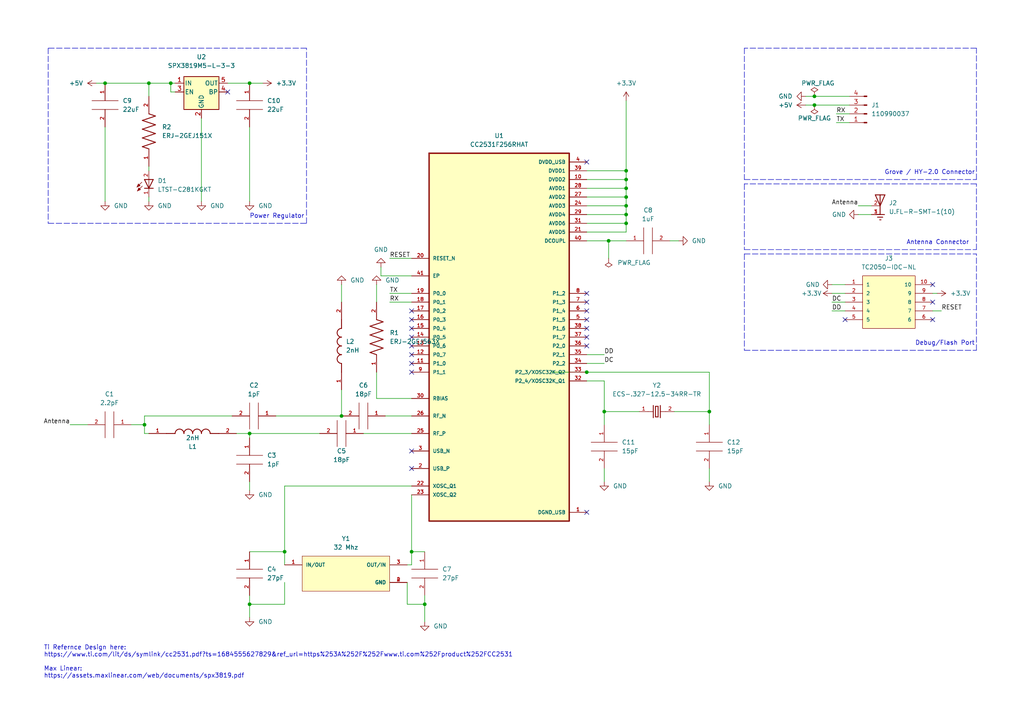
<source format=kicad_sch>
(kicad_sch (version 20211123) (generator eeschema)
  (paper "A4")
  (title_block (title "ZigbeeRetrofit") (date "2023-08-13") (rev "0.1") (comment 1 "Drawn by: Timothy Finday") (comment 2 "Target Package: 0402"))
  (lib_symbols
    (symbol "CC2531F256RHAT:CC2531F256RHAT" (pin_names (offset 1.016))
      (property "Reference" "U" (at -20.32 54.34 0))
      (property "Value" "CC2531F256RHAT" (at -20.32 -57.34 0))
      (symbol "CC2531F256RHAT_0_0"
        (rectangle (start -20.32 -53.34) (end 20.32 53.34) (stroke (width 0.41)) (fill (type background)))
        (pin power_in line (at 25.4 -50.8 180) (length 5.08) (name "DGND_USB") (number "1"))
        (pin power_in line (at 25.4 45.72 180) (length 5.08) (name "DVDD2") (number "10"))
        (pin bidirectional line (at -25.4 -7.62 0) (length 5.08) (name "P1_0") (number "11"))
        (pin bidirectional line (at -25.4 -5.08 0) (length 5.08) (name "P0_7") (number "12"))
        (pin bidirectional line (at -25.4 -2.54 0) (length 5.08) (name "P0_6") (number "13"))
        (pin bidirectional line (at -25.4 0 0) (length 5.08) (name "P0_5") (number "14"))
        (pin bidirectional line (at -25.4 2.54 0) (length 5.08) (name "P0_4") (number "15"))
        (pin bidirectional line (at -25.4 5.08 0) (length 5.08) (name "P0_3") (number "16"))
        (pin bidirectional line (at -25.4 7.62 0) (length 5.08) (name "P0_2") (number "17"))
        (pin bidirectional line (at -25.4 10.16 0) (length 5.08) (name "P0_1") (number "18"))
        (pin bidirectional line (at -25.4 12.7 0) (length 5.08) (name "P0_0") (number "19"))
        (pin bidirectional line (at -25.4 -38.1 0) (length 5.08) (name "USB_P") (number "2"))
        (pin input line (at -25.4 22.86 0) (length 5.08) (name "RESET_N") (number "20"))
        (pin power_in line (at 25.4 30.48 180) (length 5.08) (name "AVDD5") (number "21"))
        (pin bidirectional line (at -25.4 -43.18 0) (length 5.08) (name "XOSC_Q1") (number "22"))
        (pin bidirectional line (at -25.4 -45.72 0) (length 5.08) (name "XOSC_Q2") (number "23"))
        (pin power_in line (at 25.4 38.1 180) (length 5.08) (name "AVDD3") (number "24"))
        (pin bidirectional line (at -25.4 -27.94 0) (length 5.08) (name "RF_P") (number "25"))
        (pin bidirectional line (at -25.4 -22.86 0) (length 5.08) (name "RF_N") (number "26"))
        (pin power_in line (at 25.4 40.64 180) (length 5.08) (name "AVDD2") (number "27"))
        (pin power_in line (at 25.4 43.18 180) (length 5.08) (name "AVDD1") (number "28"))
        (pin power_in line (at 25.4 35.56 180) (length 5.08) (name "AVDD4") (number "29"))
        (pin bidirectional line (at -25.4 -33.02 0) (length 5.08) (name "USB_N") (number "3"))
        (pin bidirectional line (at -25.4 -17.78 0) (length 5.08) (name "RBIAS") (number "30"))
        (pin power_in line (at 25.4 33.02 180) (length 5.08) (name "AVDD6") (number "31"))
        (pin bidirectional line (at 25.4 -12.7 180) (length 5.08) (name "P2_4/XOSC32K_Q1") (number "32"))
        (pin bidirectional line (at 25.4 -10.16 180) (length 5.08) (name "P2_3/XOSC32K_Q2") (number "33"))
        (pin bidirectional line (at 25.4 -7.62 180) (length 5.08) (name "P2_2") (number "34"))
        (pin bidirectional line (at 25.4 -5.08 180) (length 5.08) (name "P2_1") (number "35"))
        (pin bidirectional line (at 25.4 -2.54 180) (length 5.08) (name "P2_0") (number "36"))
        (pin bidirectional line (at 25.4 0 180) (length 5.08) (name "P1_7") (number "37"))
        (pin bidirectional line (at 25.4 2.54 180) (length 5.08) (name "P1_6") (number "38"))
        (pin power_in line (at 25.4 48.26 180) (length 5.08) (name "DVDD1") (number "39"))
        (pin power_in line (at 25.4 50.8 180) (length 5.08) (name "DVDD_USB") (number "4"))
        (pin power_in line (at 25.4 27.94 180) (length 5.08) (name "DCOUPL") (number "40"))
        (pin power_in line (at -25.4 17.78 0) (length 5.08) (name "EP") (number "41"))
        (pin bidirectional line (at 25.4 5.08 180) (length 5.08) (name "P1_5") (number "5"))
        (pin bidirectional line (at 25.4 7.62 180) (length 5.08) (name "P1_4") (number "6"))
        (pin bidirectional line (at 25.4 10.16 180) (length 5.08) (name "P1_3") (number "7"))
        (pin bidirectional line (at 25.4 12.7 180) (length 5.08) (name "P1_2") (number "8"))
        (pin bidirectional line (at -25.4 -10.16 0) (length 5.08) (name "P1_1") (number "9"))
      )
    )
    (symbol "Connector:Conn_01x04_Male" (pin_names (offset 1.016) hide)
      (property "Reference" "J" (at 0 5.08 0))
      (property "Value" "Conn_01x04_Male" (at 0 -7.62 0))
      (symbol "Conn_01x04_Male_1_1"
        (polyline (pts (xy 1.27 -5.08) (xy 0.8636 -5.08)) (stroke (width 0.1524)))
        (polyline (pts (xy 1.27 -2.54) (xy 0.8636 -2.54)) (stroke (width 0.1524)))
        (polyline (pts (xy 1.27 0) (xy 0.8636 0)) (stroke (width 0.1524)))
        (polyline (pts (xy 1.27 2.54) (xy 0.8636 2.54)) (stroke (width 0.1524)))
        (rectangle (start 0.8636 -4.953) (end 0 -5.207) (stroke (width 0.1524)) (fill (type outline)))
        (rectangle (start 0.8636 -2.413) (end 0 -2.667) (stroke (width 0.1524)) (fill (type outline)))
        (rectangle (start 0.8636 0.127) (end 0 -0.127) (stroke (width 0.1524)) (fill (type outline)))
        (rectangle (start 0.8636 2.667) (end 0 2.413) (stroke (width 0.1524)) (fill (type outline)))
        (pin passive line (at 5.08 2.54 180) (length 3.81) (name "Pin_1") (number "1"))
        (pin passive line (at 5.08 0 180) (length 3.81) (name "Pin_2") (number "2"))
        (pin passive line (at 5.08 -2.54 180) (length 3.81) (name "Pin_3") (number "3"))
        (pin passive line (at 5.08 -5.08 180) (length 3.81) (name "Pin_4") (number "4"))
      )
    )
    (symbol "ECS-.327-12.5-34RR-TR:ECS-.327-12.5-34RR-TR" (pin_names (offset 1.016))
      (property "Reference" "Y" (at -5.0909 2.5454 0))
      (property "Value" "ECS-.327-12.5-34RR-TR" (at -5.0839 -3.8129 0))
      (symbol "ECS-.327-12.5-34RR-TR_0_0"
        (polyline (pts (xy -2.54 0) (xy -1.016 0)) (stroke (width 0.1524)))
        (polyline (pts (xy -1.016 1.778) (xy -1.016 -1.778)) (stroke (width 0.254)))
        (polyline (pts (xy -0.381 -1.524) (xy 0.381 -1.524)) (stroke (width 0.254)))
        (polyline (pts (xy -0.381 1.524) (xy -0.381 -1.524)) (stroke (width 0.254)))
        (polyline (pts (xy 0.381 -1.524) (xy 0.381 1.524)) (stroke (width 0.254)))
        (polyline (pts (xy 0.381 1.524) (xy -0.381 1.524)) (stroke (width 0.254)))
        (polyline (pts (xy 1.016 0) (xy 2.54 0)) (stroke (width 0.1524)))
        (polyline (pts (xy 1.016 1.778) (xy 1.016 -1.778)) (stroke (width 0.254)))
        (pin passive line (at -5.08 0 0) (length 2.54) (name "~") (number "1"))
        (pin passive line (at 5.08 0 180) (length 2.54) (name "~") (number "2"))
      )
    )
    (symbol "ECS-320-13-42-CKM-TR:ECS-320-13-42-CKM-TR" (pin_names (offset 1.016))
      (property "Reference" "Y" (at -12.7258 5.8538 0))
      (property "Value" "ECS-320-13-42-CKM-TR" (at -12.7061 -7.6237 0))
      (symbol "ECS-320-13-42-CKM-TR_0_0"
        (rectangle (start -12.7 -5.08) (end 12.7 5.08) (stroke (width 0.127)) (fill (type background)))
        (pin bidirectional line (at -17.78 2.54 0) (length 5.08) (name "IN/OUT") (number "1"))
        (pin power_in line (at 17.78 -2.54 180) (length 5.08) (name "GND") (number "2"))
        (pin bidirectional line (at 17.78 2.54 180) (length 5.08) (name "OUT/IN") (number "3"))
        (pin power_in line (at 17.78 -2.54 180) (length 5.08) (name "GND") (number "4"))
      )
    )
    (symbol "ERJ-2GEJ151X:ERJ-2GEJ151X" (pin_names (offset 1.016))
      (property "Reference" "R" (at -7.624 2.541 0))
      (property "Value" "ERJ-2GEJ151X" (at -7.624 -5.087 0))
      (symbol "ERJ-2GEJ151X_0_0"
        (polyline (pts (xy -5.08 0) (xy -4.445 1.905)) (stroke (width 0.254)))
        (polyline (pts (xy -4.445 1.905) (xy -3.175 -1.905)) (stroke (width 0.254)))
        (polyline (pts (xy -3.175 -1.905) (xy -1.905 1.905)) (stroke (width 0.254)))
        (polyline (pts (xy -1.905 1.905) (xy -0.635 -1.905)) (stroke (width 0.254)))
        (polyline (pts (xy -0.635 -1.905) (xy 0.635 1.905)) (stroke (width 0.254)))
        (polyline (pts (xy 0.635 1.905) (xy 1.905 -1.905)) (stroke (width 0.254)))
        (polyline (pts (xy 1.905 -1.905) (xy 3.175 1.905)) (stroke (width 0.254)))
        (polyline (pts (xy 3.175 1.905) (xy 4.445 -1.905)) (stroke (width 0.254)))
        (polyline (pts (xy 4.445 -1.905) (xy 5.08 0)) (stroke (width 0.254)))
        (pin passive line (at -10.16 0 0) (length 5.08) (name "~") (number "1"))
        (pin passive line (at 10.16 0 180) (length 5.08) (name "~") (number "2"))
      )
    )
    (symbol "ERJ-2GEJ563X:ERJ-2GEJ563X" (pin_names (offset 1.016))
      (property "Reference" "R" (at -7.624 2.541 0))
      (property "Value" "ERJ-2GEJ563X" (at -7.624 -5.087 0))
      (symbol "ERJ-2GEJ563X_0_0"
        (polyline (pts (xy -5.08 0) (xy -4.445 1.905)) (stroke (width 0.254)))
        (polyline (pts (xy -4.445 1.905) (xy -3.175 -1.905)) (stroke (width 0.254)))
        (polyline (pts (xy -3.175 -1.905) (xy -1.905 1.905)) (stroke (width 0.254)))
        (polyline (pts (xy -1.905 1.905) (xy -0.635 -1.905)) (stroke (width 0.254)))
        (polyline (pts (xy -0.635 -1.905) (xy 0.635 1.905)) (stroke (width 0.254)))
        (polyline (pts (xy 0.635 1.905) (xy 1.905 -1.905)) (stroke (width 0.254)))
        (polyline (pts (xy 1.905 -1.905) (xy 3.175 1.905)) (stroke (width 0.254)))
        (polyline (pts (xy 3.175 1.905) (xy 4.445 -1.905)) (stroke (width 0.254)))
        (polyline (pts (xy 4.445 -1.905) (xy 5.08 0)) (stroke (width 0.254)))
        (pin passive line (at -10.16 0 0) (length 5.08) (name "~") (number "1"))
        (pin passive line (at 10.16 0 180) (length 5.08) (name "~") (number "2"))
      )
    )
    (symbol "LTST-C281KGKT:LTST-C281KGKT" (pin_names (offset 1.016))
      (property "Reference" "D" (at 3.556 -4.572 90))
      (property "Value" "LTST-C281KGKT" (at 5.715 -4.572 90))
      (symbol "LTST-C281KGKT_0_0"
        (polyline (pts (xy -2.032 -0.762) (xy -3.429 -2.159)) (stroke (width 0.1524)))
        (polyline (pts (xy -1.905 -1.905) (xy -3.302 -3.302)) (stroke (width 0.1524)))
        (polyline (pts (xy 0 -2.54) (xy -1.27 -2.54)) (stroke (width 0.254)))
        (polyline (pts (xy 0 -2.54) (xy -1.27 0)) (stroke (width 0.254)))
        (polyline (pts (xy 0 0) (xy -1.27 0)) (stroke (width 0.254)))
        (polyline (pts (xy 0 0) (xy 0 -2.54)) (stroke (width 0.1524)))
        (polyline (pts (xy 1.27 -2.54) (xy 0 -2.54)) (stroke (width 0.254)))
        (polyline (pts (xy 1.27 0) (xy 0 -2.54)) (stroke (width 0.254)))
        (polyline (pts (xy 1.27 0) (xy 0 0)) (stroke (width 0.254)))
        (polyline (pts (xy -3.429 -2.159) (xy -3.048 -1.27) (xy -2.54 -1.778) (xy -3.429 -2.159)) (stroke (width 0.1524)) (fill (type outline)))
        (polyline (pts (xy -3.302 -3.302) (xy -2.921 -2.413) (xy -2.413 -2.921) (xy -3.302 -3.302)) (stroke (width 0.1524)) (fill (type outline)))
        (pin passive line (at 0 -5.08 90) (length 2.54) (name "~") (number "1"))
        (pin passive line (at 0 2.54 270) (length 2.54) (name "~") (number "2"))
      )
    )
    (symbol "MHQ1005P2N0ST000:MHQ1005P2N0ST000" (pin_names (offset 1.016))
      (property "Reference" "L" (at -10.16 7.62 0))
      (property "Value" "MHQ1005P2N0ST000" (at -10.16 5.08 0))
      (symbol "MHQ1005P2N0ST000_0_0"
        (arc (start -2.54 0) (mid -3.81 1.27) (end -5.08 0) (stroke (width 0.254)))
        (arc (start 0 0) (mid -1.27 1.27) (end -2.54 0) (stroke (width 0.254)))
        (polyline (pts (xy -5.08 0) (xy -7.62 0)) (stroke (width 0.254)))
        (polyline (pts (xy 5.08 0) (xy 7.62 0)) (stroke (width 0.254)))
        (arc (start 2.54 0) (mid 1.27 1.27) (end 0 0) (stroke (width 0.254)))
        (arc (start 5.08 0) (mid 3.81 1.27) (end 2.54 0) (stroke (width 0.254)))
        (pin passive line (at -12.7 0 0) (length 5.08) (name "~") (number "1"))
        (pin passive line (at 12.7 0 180) (length 5.08) (name "~") (number "2"))
      )
    )
    (symbol "Regulator_Linear:SPX3819M5-L-3-3" (pin_names (offset 0.254))
      (property "Reference" "U" (at -3.81 5.715 0))
      (property "Value" "SPX3819M5-L-3-3" (at 0 5.715 0))
      (symbol "SPX3819M5-L-3-3_0_1"
        (rectangle (start -5.08 4.445) (end 5.08 -5.08) (stroke (width 0.254)) (fill (type background)))
      )
      (symbol "SPX3819M5-L-3-3_1_1"
        (pin power_in line (at -7.62 2.54 0) (length 2.54) (name "IN") (number "1"))
        (pin power_in line (at 0 -7.62 90) (length 2.54) (name "GND") (number "2"))
        (pin input line (at -7.62 0 0) (length 2.54) (name "EN") (number "3"))
        (pin input line (at 7.62 0 180) (length 2.54) (name "BP") (number "4"))
        (pin power_out line (at 7.62 2.54 180) (length 2.54) (name "OUT") (number "5"))
      )
    )
    (symbol "TC2050-IDC-NL:TC2050-IDC-NL" (pin_names (offset 1.016))
      (property "Reference" "J" (at -7.62 7.62 0))
      (property "Value" "TC2050-IDC-NL" (at -7.62 -10.16 0))
      (symbol "TC2050-IDC-NL_0_0"
        (rectangle (start -7.62 -7.62) (end 7.62 7.62) (stroke (width 0.1524)) (fill (type background)))
        (pin passive line (at -12.7 5.08 0) (length 5.08) (name "1") (number "1"))
        (pin passive line (at 12.7 5.08 180) (length 5.08) (name "10") (number "10"))
        (pin passive line (at -12.7 2.54 0) (length 5.08) (name "2") (number "2"))
        (pin passive line (at -12.7 0 0) (length 5.08) (name "3") (number "3"))
        (pin passive line (at -12.7 -2.54 0) (length 5.08) (name "4") (number "4"))
        (pin passive line (at -12.7 -5.08 0) (length 5.08) (name "5") (number "5"))
        (pin passive line (at 12.7 -5.08 180) (length 5.08) (name "6") (number "6"))
        (pin passive line (at 12.7 -2.54 180) (length 5.08) (name "7") (number "7"))
        (pin passive line (at 12.7 0 180) (length 5.08) (name "8") (number "8"))
        (pin passive line (at 12.7 2.54 180) (length 5.08) (name "9") (number "9"))
      )
    )
    (symbol "U.FL-R-SMT-1_10_:U.FL-R-SMT-1(10)" (pin_names (offset 1.016))
      (property "Reference" "J" (at -2.5406 5.0869 0))
      (property "Value" "U.FL-R-SMT-1(10)" (at -2.6677 -7.6346 0))
      (symbol "U.FL-R-SMT-1(10)_0_0"
        (polyline (pts (xy -1.397 3.175) (xy 0 3.175)) (stroke (width 0.254)))
        (polyline (pts (xy -0.762 -3.302) (xy 0.762 -3.302)) (stroke (width 0.254)))
        (polyline (pts (xy -0.127 -4.064) (xy 0.254 -4.064)) (stroke (width 0.254)))
        (polyline (pts (xy 0 -2.54) (xy -1.27 -2.54)) (stroke (width 0.254)))
        (polyline (pts (xy 0 -2.54) (xy 1.27 -2.54)) (stroke (width 0.254)))
        (polyline (pts (xy 0 0) (xy -1.397 3.175)) (stroke (width 0.254)))
        (polyline (pts (xy 0 0) (xy 0 -2.54)) (stroke (width 0.254)))
        (polyline (pts (xy 0 3.175) (xy 0 0)) (stroke (width 0.254)))
        (polyline (pts (xy 0 3.175) (xy 1.397 3.175)) (stroke (width 0.254)))
        (polyline (pts (xy 1.397 3.175) (xy 0 0)) (stroke (width 0.254)))
        (pin passive line (at -2.54 -2.54 0) (length 2.54) (name "~") (number "1"))
        (pin passive line (at -2.54 0 0) (length 2.54) (name "~") (number "2"))
        (pin passive line (at -2.54 -2.54 0) (length 2.54) (name "~") (number "3"))
      )
    )
    (symbol "power:+3.3V" (power) (pin_names (offset 0))
      (property "Value" "+3.3V" (at 0 3.556 0))
      (symbol "+3.3V_0_1"
        (polyline (pts (xy -0.762 1.27) (xy 0 2.54)))
        (polyline (pts (xy 0 0) (xy 0 2.54)))
        (polyline (pts (xy 0 2.54) (xy 0.762 1.27)))
      )
      (symbol "+3.3V_1_1"
        (pin power_in line (at 0 0 90) (length 0) hide (name "+3.3V") (number "1"))
      )
    )
    (symbol "power:+5V" (power) (pin_names (offset 0))
      (property "Value" "+5V" (at 0 3.556 0))
      (symbol "+5V_0_1"
        (polyline (pts (xy -0.762 1.27) (xy 0 2.54)))
        (polyline (pts (xy 0 0) (xy 0 2.54)))
        (polyline (pts (xy 0 2.54) (xy 0.762 1.27)))
      )
      (symbol "+5V_1_1"
        (pin power_in line (at 0 0 90) (length 0) hide (name "+5V") (number "1"))
      )
    )
    (symbol "power:GND" (power) (pin_names (offset 0))
      (property "Value" "GND" (at 0 -3.81 0))
      (symbol "GND_0_1"
        (polyline (pts (xy 0 0) (xy 0 -1.27) (xy 1.27 -1.27) (xy 0 -2.54) (xy -1.27 -1.27) (xy 0 -1.27)))
      )
      (symbol "GND_1_1"
        (pin power_in line (at 0 0 270) (length 0) hide (name "GND") (number "1"))
      )
    )
    (symbol "power:PWR_FLAG" (power) (pin_numbers hide) (pin_names (offset 0) hide)
      (property "Value" "PWR_FLAG" (at 0 3.81 0))
      (symbol "PWR_FLAG_0_0"
        (pin power_out line (at 0 0 90) (length 0) (name "pwr") (number "1"))
      )
      (symbol "PWR_FLAG_0_1"
        (polyline (pts (xy 0 0) (xy 0 1.27) (xy -1.016 1.905) (xy 0 2.54) (xy 1.016 1.905) (xy 0 1.27)))
      )
    )
    (symbol "pspice:C" (pin_names (offset 0.254))
      (property "Reference" "C" (at 2.54 3.81 90))
      (property "Value" "C" (at 2.54 -3.81 90))
      (symbol "C_0_1"
        (polyline (pts (xy -3.81 -1.27) (xy 3.81 -1.27)))
        (polyline (pts (xy -3.81 1.27) (xy 3.81 1.27)))
      )
      (symbol "C_1_1"
        (pin passive line (at 0 6.35 270) (length 5.08) (name "~") (number "1"))
        (pin passive line (at 0 -6.35 90) (length 5.08) (name "~") (number "2"))
      )
    )
  )
  (junction (at 181.61 54.61))
  (junction (at 43.18 24.13))
  (junction (at 72.39 125.73))
  (junction (at 49.53 24.13))
  (junction (at 205.74 119.38))
  (junction (at 175.26 119.38))
  (junction (at 181.61 59.69))
  (junction (at 236.22 30.48))
  (junction (at 181.61 62.23))
  (junction (at 181.61 52.07))
  (junction (at 170.18 107.95))
  (junction (at 181.61 64.77))
  (junction (at 41.91 123.19))
  (junction (at 181.61 57.15))
  (junction (at 72.39 24.13))
  (junction (at 123.19 175.26))
  (junction (at 30.48 24.13))
  (junction (at 119.38 160.02))
  (junction (at 181.61 49.53))
  (junction (at 82.55 160.02))
  (junction (at 99.06 120.65))
  (junction (at 176.53 69.85))
  (junction (at 236.22 27.94))
  (junction (at 72.39 175.26))
  (no_connect (at 119.38 105.41))
  (no_connect (at 119.38 90.17))
  (no_connect (at 170.18 46.99))
  (no_connect (at 119.38 100.33))
  (no_connect (at 66.04 26.67))
  (no_connect (at 119.38 130.81))
  (no_connect (at 170.18 85.09))
  (no_connect (at 119.38 107.95))
  (no_connect (at 119.38 92.71))
  (no_connect (at 119.38 95.25))
  (no_connect (at 170.18 95.25))
  (no_connect (at 170.18 148.59))
  (no_connect (at 170.18 92.71))
  (no_connect (at 119.38 135.89))
  (no_connect (at 270.51 82.55))
  (no_connect (at 270.51 92.71))
  (no_connect (at 170.18 100.33))
  (no_connect (at 170.18 90.17))
  (no_connect (at 119.38 97.79))
  (no_connect (at 170.18 87.63))
  (no_connect (at 170.18 97.79))
  (no_connect (at 245.11 92.71))
  (no_connect (at 270.51 87.63))
  (no_connect (at 119.38 102.87))
  (polyline (pts (xy 215.9 13.97) (xy 215.9 52.07)))
  (wire (pts (xy 67.31 120.65) (xy 41.91 120.65)))
  (wire (pts (xy 170.18 59.69) (xy 181.61 59.69)))
  (polyline (pts (xy 13.97 64.77) (xy 88.9 64.77)))
  (wire (pts (xy 49.53 26.67) (xy 50.8 26.67)))
  (wire (pts (xy 105.41 125.73) (xy 119.38 125.73)))
  (wire (pts (xy 82.55 140.97) (xy 119.38 140.97)))
  (wire (pts (xy 43.18 24.13) (xy 49.53 24.13)))
  (wire (pts (xy 170.18 49.53) (xy 181.61 49.53)))
  (wire (pts (xy 72.39 24.13) (xy 76.2 24.13)))
  (wire (pts (xy 82.55 160.02) (xy 72.39 160.02)))
  (polyline (pts (xy 215.9 52.07) (xy 283.21 52.07)))
  (wire (pts (xy 241.3 87.63) (xy 245.11 87.63)))
  (wire (pts (xy 170.18 62.23) (xy 181.61 62.23)))
  (wire (pts (xy 241.3 85.09) (xy 245.11 85.09)))
  (polyline (pts (xy 88.9 64.77) (xy 88.9 13.97)))
  (wire (pts (xy 72.39 175.26) (xy 72.39 179.07)))
  (polyline (pts (xy 215.9 72.39) (xy 283.21 72.39)))
  (wire (pts (xy 205.74 135.89) (xy 205.74 139.7)))
  (wire (pts (xy 123.19 175.26) (xy 123.19 180.34)))
  (wire (pts (xy 99.06 113.03) (xy 99.06 120.65)))
  (wire (pts (xy 109.22 82.55) (xy 109.22 87.63)))
  (polyline (pts (xy 283.21 52.07) (xy 283.21 13.97)))
  (polyline (pts (xy 283.21 13.97) (xy 215.9 13.97)))
  (wire (pts (xy 109.22 115.57) (xy 119.38 115.57)))
  (polyline (pts (xy 215.9 73.66) (xy 215.9 101.6)))
  (wire (pts (xy 43.18 48.26) (xy 43.18 49.53)))
  (wire (pts (xy 82.55 168.91) (xy 82.55 175.26)))
  (wire (pts (xy 233.68 30.48) (xy 236.22 30.48)))
  (wire (pts (xy 113.03 74.93) (xy 119.38 74.93)))
  (wire (pts (xy 181.61 64.77) (xy 181.61 62.23)))
  (wire (pts (xy 241.3 82.55) (xy 245.11 82.55)))
  (wire (pts (xy 66.04 24.13) (xy 72.39 24.13)))
  (wire (pts (xy 49.53 24.13) (xy 49.53 26.67)))
  (wire (pts (xy 43.18 24.13) (xy 43.18 27.94)))
  (wire (pts (xy 118.11 163.83) (xy 119.38 163.83)))
  (wire (pts (xy 82.55 160.02) (xy 82.55 163.83)))
  (wire (pts (xy 181.61 52.07) (xy 181.61 49.53)))
  (wire (pts (xy 175.26 119.38) (xy 175.26 123.19)))
  (wire (pts (xy 241.3 90.17) (xy 245.11 90.17)))
  (wire (pts (xy 194.31 69.85) (xy 196.85 69.85)))
  (wire (pts (xy 123.19 172.72) (xy 123.19 175.26)))
  (wire (pts (xy 58.42 34.29) (xy 58.42 58.42)))
  (wire (pts (xy 72.39 125.73) (xy 92.71 125.73)))
  (wire (pts (xy 30.48 36.83) (xy 30.48 58.42)))
  (wire (pts (xy 41.91 120.65) (xy 41.91 123.19)))
  (polyline (pts (xy 283.21 101.6) (xy 283.21 73.66)))
  (wire (pts (xy 170.18 102.87) (xy 175.26 102.87)))
  (wire (pts (xy 170.18 69.85) (xy 176.53 69.85)))
  (wire (pts (xy 41.91 123.19) (xy 41.91 125.73)))
  (wire (pts (xy 118.11 175.26) (xy 123.19 175.26)))
  (wire (pts (xy 170.18 57.15) (xy 181.61 57.15)))
  (wire (pts (xy 270.51 85.09) (xy 271.78 85.09)))
  (wire (pts (xy 30.48 24.13) (xy 43.18 24.13)))
  (wire (pts (xy 195.58 119.38) (xy 205.74 119.38)))
  (wire (pts (xy 205.74 107.95) (xy 205.74 119.38)))
  (wire (pts (xy 99.06 82.55) (xy 99.06 87.63)))
  (wire (pts (xy 72.39 125.73) (xy 72.39 127)))
  (wire (pts (xy 181.61 59.69) (xy 181.61 57.15)))
  (wire (pts (xy 82.55 175.26) (xy 72.39 175.26)))
  (wire (pts (xy 109.22 115.57) (xy 109.22 107.95)))
  (polyline (pts (xy 215.9 101.6) (xy 283.21 101.6)))
  (polyline (pts (xy 13.97 13.97) (xy 13.97 64.77)))
  (wire (pts (xy 110.49 80.01) (xy 110.49 77.47)))
  (wire (pts (xy 181.61 29.21) (xy 181.61 49.53)))
  (wire (pts (xy 119.38 160.02) (xy 123.19 160.02)))
  (wire (pts (xy 27.94 24.13) (xy 30.48 24.13)))
  (wire (pts (xy 176.53 69.85) (xy 176.53 74.93)))
  (wire (pts (xy 205.74 119.38) (xy 205.74 123.19)))
  (wire (pts (xy 242.57 33.02) (xy 246.38 33.02)))
  (wire (pts (xy 68.58 125.73) (xy 72.39 125.73)))
  (wire (pts (xy 43.18 57.15) (xy 43.18 58.42)))
  (wire (pts (xy 181.61 54.61) (xy 181.61 52.07)))
  (wire (pts (xy 119.38 160.02) (xy 119.38 143.51)))
  (wire (pts (xy 242.57 35.56) (xy 246.38 35.56)))
  (wire (pts (xy 119.38 80.01) (xy 110.49 80.01)))
  (wire (pts (xy 20.32 123.19) (xy 25.4 123.19)))
  (wire (pts (xy 181.61 57.15) (xy 181.61 54.61)))
  (wire (pts (xy 72.39 36.83) (xy 72.39 58.42)))
  (wire (pts (xy 170.18 54.61) (xy 181.61 54.61)))
  (wire (pts (xy 82.55 140.97) (xy 82.55 160.02)))
  (wire (pts (xy 160.02 107.95) (xy 170.18 107.95)))
  (wire (pts (xy 80.01 120.65) (xy 99.06 120.65)))
  (wire (pts (xy 248.92 59.69) (xy 252.73 59.69)))
  (wire (pts (xy 181.61 52.07) (xy 170.18 52.07)))
  (wire (pts (xy 175.26 135.89) (xy 175.26 139.7)))
  (wire (pts (xy 181.61 67.31) (xy 181.61 64.77)))
  (polyline (pts (xy 215.9 73.66) (xy 283.21 73.66)))
  (wire (pts (xy 236.22 27.94) (xy 246.38 27.94)))
  (wire (pts (xy 72.39 172.72) (xy 72.39 175.26)))
  (wire (pts (xy 113.03 85.09) (xy 119.38 85.09)))
  (wire (pts (xy 236.22 30.48) (xy 246.38 30.48)))
  (wire (pts (xy 175.26 119.38) (xy 185.42 119.38)))
  (wire (pts (xy 170.18 110.49) (xy 175.26 110.49)))
  (wire (pts (xy 170.18 64.77) (xy 181.61 64.77)))
  (wire (pts (xy 170.18 107.95) (xy 205.74 107.95)))
  (wire (pts (xy 38.1 123.19) (xy 41.91 123.19)))
  (polyline (pts (xy 283.21 72.39) (xy 283.21 53.34)))
  (wire (pts (xy 181.61 62.23) (xy 181.61 59.69)))
  (wire (pts (xy 113.03 87.63) (xy 119.38 87.63)))
  (wire (pts (xy 49.53 24.13) (xy 50.8 24.13)))
  (wire (pts (xy 111.76 120.65) (xy 119.38 120.65)))
  (polyline (pts (xy 88.9 13.97) (xy 13.97 13.97)))
  (polyline (pts (xy 283.21 53.34) (xy 215.9 53.34)))
  (wire (pts (xy 175.26 110.49) (xy 175.26 119.38)))
  (polyline (pts (xy 215.9 53.34) (xy 215.9 72.39)))
  (wire (pts (xy 170.18 105.41) (xy 175.26 105.41)))
  (wire (pts (xy 176.53 69.85) (xy 181.61 69.85)))
  (wire (pts (xy 119.38 163.83) (xy 119.38 160.02)))
  (wire (pts (xy 248.92 62.23) (xy 252.73 62.23)))
  (wire (pts (xy 233.68 27.94) (xy 236.22 27.94)))
  (wire (pts (xy 170.18 67.31) (xy 181.61 67.31)))
  (wire (pts (xy 118.11 168.91) (xy 118.11 175.26)))
  (wire (pts (xy 270.51 90.17) (xy 273.05 90.17)))
  (wire (pts (xy 41.91 125.73) (xy 43.18 125.73)))
  (wire (pts (xy 72.39 139.7) (xy 72.39 142.24)))
  (text "Antenna Connector" (at 262.89 71.12 0) (effects (font (size 1.27 1.27)) (justify left bottom)))
  (text "Grove / HY-2.0 Connector" (at 256.54 50.8 0) (effects (font (size 1.27 1.27)) (justify left bottom)))
  (text "Debug/Flash Port" (at 265.43 100.33 0) (effects (font (size 1.27 1.27)) (justify left bottom)))
  (text "Ti Refernce Design here:\nhttps://www.ti.com/lit/ds/symlink/cc2531.pdf?ts=1684555627829&ref_url=https%253A%252F%252Fwww.ti.com%252Fproduct%252FCC2531\n\nMax Linear:\nhttps://assets.maxlinear.com/web/documents/spx3819.pdf" (at 12.7 196.85 0) (effects (font (size 1.27 1.27)) (justify left bottom)))
  (text "Power Regulator" (at 72.39 63.5 0) (effects (font (size 1.27 1.27)) (justify left bottom)))
  (label "Antenna" (at 248.92 59.69 180))
  (label "RESET" (at 273.05 90.17 0))
  (label "DD" (at 175.26 102.87 0))
  (label "DC" (at 175.26 105.41 0))
  (label "TX" (at 242.57 35.56 0))
  (label "DD" (at 241.3 90.17 0))
  (label "DC" (at 241.3 87.63 0))
  (label "RESET" (at 113.03 74.93 0))
  (label "RX" (at 113.03 87.63 0))
  (label "RX" (at 242.57 33.02 0))
  (label "Antenna" (at 20.32 123.19 180))
  (label "TX" (at 113.03 85.09 0))
  (symbol (lib_id "power:GND") (at 241.3 82.55 270) (unit 1)
    (property "Reference" "#PWR0109" (effects hide))
    (property "Value" "GND" (at 233.68 82.55 90) (effects (justify left)))
  )
  (symbol (lib_id "power:GND") (at 248.92 62.23 270) (unit 1)
    (property "Reference" "#PWR0110" (effects hide))
    (property "Value" "GND" (at 241.3 62.23 90) (effects (justify left)))
  )
  (symbol (lib_id "pspice:C") (at 31.75 123.19 270) (unit 1)
    (property "Reference" "C1" (at 31.75 114.3 90))
    (property "Value" "2.2pF" (at 31.75 116.84 90))
    (property "Footprint" "Capacitor_SMD:C_0402_1005Metric" (effects hide))
  )
  (symbol (lib_id "pspice:C") (at 72.39 133.35 0) (unit 1)
    (property "Reference" "C3" (at 77.47 132.0799 0) (effects (justify left)))
    (property "Value" "1pF" (at 77.47 134.6199 0) (effects (justify left)))
    (property "Footprint" "Capacitor_SMD:C_0402_1005Metric" (effects hide))
  )
  (symbol (lib_id "power:GND") (at 30.48 58.42 0) (unit 1)
    (property "Reference" "#PWR0114" (effects hide))
    (property "Value" "GND" (at 33.02 59.6899 0) (effects (justify left)))
  )
  (symbol (lib_id "power:GND") (at 43.18 58.42 0) (unit 1)
    (property "Reference" "#PWR0113" (effects hide))
    (property "Value" "GND" (at 45.72 59.6899 0) (effects (justify left)))
  )
  (symbol (lib_id "pspice:C") (at 72.39 166.37 0) (unit 1)
    (property "Reference" "C4" (at 77.47 165.0999 0) (effects (justify left)))
    (property "Value" "27pF" (at 77.47 167.6399 0) (effects (justify left)))
    (property "Footprint" "Capacitor_SMD:C_0402_1005Metric" (effects hide))
  )
  (symbol (lib_id "power:+3.3V") (at 271.78 85.09 270) (unit 1)
    (property "Reference" "#PWR02" (effects hide))
    (property "Value" "+3.3V" (at 275.59 85.0899 90) (effects (justify left)))
  )
  (symbol (lib_id "U.FL-R-SMT-1_10_:U.FL-R-SMT-1(10)") (at 255.27 59.69 0) (unit 1)
    (property "Reference" "J2" (at 257.81 58.8644 0) (effects (justify left)))
    (property "Value" "U.FL-R-SMT-1(10)" (at 257.81 61.4044 0) (effects (justify left)))
    (property "Footprint" "U:HRS_U.FL-R-SMT-1(10)" (effects hide))
    (property "DESCRIPTION" "U.FL Series 6 Ghz 50 Ohm Ultra-small SMT Coaxial Cable Receptacle" (effects hide))
    (property "PACKAGE" "None" (effects hide))
    (property "PRICE" "0.71 USD" (effects hide))
    (property "STANDARD" "Manufacturer Recommendation" (effects hide))
    (property "MP" "U.FL-R-SMT-1_10_" (effects hide))
    (property "AVAILABILITY" "Good" (effects hide))
    (property "MANUFACTURER" "Hirose" (effects hide))
  )
  (symbol (lib_id "TC2050-IDC-NL:TC2050-IDC-NL") (at 257.81 87.63 0) (unit 1)
    (property "Reference" "J3" (at 257.81 74.93 0))
    (property "Value" "TC2050-IDC-NL" (at 257.81 77.47 0))
    (property "Footprint" "TC2050-IDC-NL:TAG-CONNECT_TC2050-IDC-NL" (effects hide))
    (property "PARTREV" "A" (effects hide))
    (property "MANUFACTURER" "Tag-Connect" (effects hide))
    (property "STANDARD" "Manufacturer recommendations" (effects hide))
    (property "MF" "Tag-Connect LLC" (effects hide))
    (property "Package" "None" (effects hide))
    (property "Price" "None" (effects hide))
    (property "Check_prices" "https://www.snapeda.com/parts/TC2050-IDC-NL/Tag-Connect+LLC/view-part/?ref=eda" (effects hide))
    (property "SnapEDA_Link" "https://www.snapeda.com/parts/TC2050-IDC-NL/Tag-Connect+LLC/view-part/?ref=snap" (effects hide))
    (property "MP" "TC2050-IDC-NL" (effects hide))
    (property "Purchase-URL" "https://pricing.snapeda.com/search?q=TC2050-IDC-NL&ref=eda" (effects hide))
    (property "Description" "\nMSP-FET430 Flash Emulation Tool Plug-Of-Nails™ Adapter Cable\n" (effects hide))
    (property "Availability" "In Stock" (effects hide))
  )
  (symbol (lib_id "pspice:C") (at 72.39 30.48 0) (unit 1)
    (property "Reference" "C10" (at 77.47 29.2099 0) (effects (justify left)))
    (property "Value" "22uF" (at 77.47 31.7499 0) (effects (justify left)))
    (property "Footprint" "Capacitor_SMD:C_0402_1005Metric" (effects hide))
  )
  (symbol (lib_id "power:GND") (at 123.19 180.34 0) (unit 1)
    (property "Reference" "#PWR0117" (effects hide))
    (property "Value" "GND" (at 125.73 181.6099 0) (effects (justify left)))
  )
  (symbol (lib_id "pspice:C") (at 175.26 129.54 0) (unit 1)
    (property "Reference" "C11" (at 180.34 128.2699 0) (effects (justify left)))
    (property "Value" "15pF" (at 180.34 130.8099 0) (effects (justify left)))
    (property "Footprint" "Capacitor_SMD:C_0402_1005Metric" (effects hide))
  )
  (symbol (lib_id "power:GND") (at 233.68 27.94 270) (unit 1)
    (property "Reference" "#PWR0105" (effects hide))
    (property "Value" "GND" (at 229.87 27.9401 90) (effects (justify right)))
  )
  (symbol (lib_id "ERJ-2GEJ151X:ERJ-2GEJ151X") (at 43.18 38.1 90) (unit 1)
    (property "Reference" "R2" (at 46.99 36.8299 90) (effects (justify right)))
    (property "Value" "ERJ-2GEJ151X" (at 46.99 39.3699 90) (effects (justify right)))
    (property "Footprint" "ERJ-2GEJ151X:RES_ERJ-2GEJ151X" (effects hide))
    (property "MF" "Panasonic" (effects hide))
    (property "MAXIMUM_PACKAGE_HEIGHT" "0.35 mm" (effects hide))
    (property "Package" "1020-2 Panasonic" (effects hide))
    (property "Price" "None" (effects hide))
    (property "Check_prices" "https://www.snapeda.com/parts/ERJ-2GEJ151X/Panasonic+Electronic+Components/view-part/?ref=eda" (effects hide))
    (property "STANDARD" "Manufacturer Recommendations" (effects hide))
    (property "PARTREV" "3/1/2020" (effects hide))
    (property "SnapEDA_Link" "https://www.snapeda.com/parts/ERJ-2GEJ151X/Panasonic+Electronic+Components/view-part/?ref=snap" (effects hide))
    (property "MP" "ERJ-2GEJ151X" (effects hide))
    (property "Purchase-URL" "https://pricing.snapeda.com/search?q=ERJ-2GEJ151X&ref=eda" (effects hide))
    (property "Description" "\nResistor Thick Film 0402 150 Ohm 5% 1/10 Watt ±200ppm °C Surface Mount Punched Carrier Tape and Reel\n" (effects hide))
    (property "Availability" "In Stock" (effects hide))
    (property "MANUFACTURER" "Panasonic" (effects hide))
  )
  (symbol (lib_id "power:GND") (at 72.39 58.42 0) (unit 1)
    (property "Reference" "#PWR0111" (effects hide))
    (property "Value" "GND" (at 74.93 59.6899 0) (effects (justify left)))
  )
  (symbol (lib_id "power:GND") (at 72.39 179.07 0) (unit 1)
    (property "Reference" "#PWR0116" (effects hide))
    (property "Value" "GND" (at 74.93 180.3399 0) (effects (justify left)))
  )
  (symbol (lib_id "pspice:C") (at 187.96 69.85 90) (unit 1)
    (property "Reference" "C8" (at 187.96 60.96 90))
    (property "Value" "1uF" (at 187.96 63.5 90))
    (property "Footprint" "Capacitor_SMD:C_0402_1005Metric" (effects hide))
  )
  (symbol (lib_id "Regulator_Linear:SPX3819M5-L-3-3") (at 58.42 26.67 0) (unit 1)
    (property "Reference" "U2" (at 58.42 16.51 0))
    (property "Value" "SPX3819M5-L-3-3" (at 58.42 19.05 0))
    (property "Footprint" "Package_TO_SOT_SMD:SOT-23-5" (effects hide))
    (property "Datasheet" "https://www.exar.com/content/document.ashx?id=22106&languageid=1033&type=Datasheet&partnumber=SPX3819&filename=SPX3819.pdf&part=SPX3819" (effects hide))
  )
  (symbol (lib_id "power:GND") (at 99.06 82.55 180) (unit 1)
    (property "Reference" "#PWR0102" (effects hide))
    (property "Value" "GND" (at 101.6 81.2799 0) (effects (justify right)))
  )
  (symbol (lib_id "ERJ-2GEJ563X:ERJ-2GEJ563X") (at 109.22 97.79 90) (unit 1)
    (property "Reference" "R1" (at 113.03 96.5199 90) (effects (justify right)))
    (property "Value" "ERJ-2GEJ563X" (at 113.03 99.0599 90) (effects (justify right)))
    (property "Footprint" "ERJ-2GEJ563X:RES_ERJ-2GEJ563X" (effects hide))
    (property "MF" "Panasonic" (effects hide))
    (property "MAXIMUM_PACKAGE_HEIGHT" "0.35 mm" (effects hide))
    (property "Package" "1020-2 Panasonic" (effects hide))
    (property "Price" "None" (effects hide))
    (property "Check_prices" "https://www.snapeda.com/parts/ERJ-2GEJ563X/Panasonic/view-part/?ref=eda" (effects hide))
    (property "STANDARD" "Manufacturer Recommendations" (effects hide))
    (property "PARTREV" "3/1/2020" (effects hide))
    (property "SnapEDA_Link" "https://www.snapeda.com/parts/ERJ-2GEJ563X/Panasonic/view-part/?ref=snap" (effects hide))
    (property "MP" "ERJ-2GEJ563X" (effects hide))
    (property "Purchase-URL" "https://pricing.snapeda.com/search?q=ERJ-2GEJ563X&ref=eda" (effects hide))
    (property "Description" "\nRes Thick Film 1.0 x 0.5 mm 56K Ohm 5% 0.1W(1/10W) 200ppm/ C Molded SMD Punched Carrier T/R\n" (effects hide))
    (property "Availability" "In Stock" (effects hide))
    (property "MANUFACTURER" "Panasonic" (effects hide))
  )
  (symbol (lib_id "power:GND") (at 196.85 69.85 90) (unit 1)
    (property "Reference" "#PWR0106" (effects hide))
    (property "Value" "GND" (at 200.66 69.8499 90) (effects (justify right)))
  )
  (symbol (lib_id "power:GND") (at 205.74 139.7 0) (unit 1)
    (property "Reference" "#PWR0108" (effects hide))
    (property "Value" "GND" (at 208.28 140.9699 0) (effects (justify left)))
  )
  (symbol (lib_id "power:+3.3V") (at 241.3 85.09 90) (unit 1)
    (property "Reference" "#PWR01" (effects hide))
    (property "Value" "+3.3V" (at 232.41 85.09 90) (effects (justify right)))
  )
  (symbol (lib_id "pspice:C") (at 30.48 30.48 0) (unit 1)
    (property "Reference" "C9" (at 35.56 29.2099 0) (effects (justify left)))
    (property "Value" "22uF" (at 35.56 31.7499 0) (effects (justify left)))
    (property "Footprint" "Capacitor_SMD:C_0402_1005Metric" (effects hide))
  )
  (symbol (lib_id "power:+5V") (at 27.94 24.13 90) (unit 1)
    (property "Reference" "#PWR0104" (effects hide))
    (property "Value" "+5V" (at 24.13 24.1299 90) (effects (justify left)))
  )
  (symbol (lib_id "pspice:C") (at 123.19 166.37 0) (unit 1)
    (property "Reference" "C7" (at 128.27 165.0999 0) (effects (justify left)))
    (property "Value" "27pF" (at 128.27 167.6399 0) (effects (justify left)))
    (property "Footprint" "Capacitor_SMD:C_0402_1005Metric" (effects hide))
  )
  (symbol (lib_id "LTST-C281KGKT:LTST-C281KGKT") (at 43.18 52.07 0) (unit 1)
    (property "Reference" "D1" (at 45.72 52.4255 0) (effects (justify left)))
    (property "Value" "LTST-C281KGKT" (at 45.72 54.9655 0) (effects (justify left)))
    (property "Footprint" "LTST-C281KGKT:0402(POL)" (effects hide))
    (property "MF" "Lite-On Inc." (effects hide))
    (property "Description" "\nGreen 571nm LED Indication - Discrete 2V 0402 (1005 Metric)\n" (effects hide))
    (property "Package" "0402 Lite-On Inc." (effects hide))
    (property "Price" "None" (effects hide))
    (property "SnapEDA_Link" "https://www.snapeda.com/parts/LTST-C281KGKT/Lite-On+Inc./view-part/?ref=snap" (effects hide))
    (property "MP" "LTST-C281KGKT" (effects hide))
    (property "Purchase-URL" "https://pricing.snapeda.com/search?q=LTST-C281KGKT&ref=eda" (effects hide))
    (property "Availability" "In Stock" (effects hide))
    (property "Check_prices" "https://www.snapeda.com/parts/LTST-C281KGKT/Lite-On+Inc./view-part/?ref=eda" (effects hide))
  )
  (symbol (lib_id "Connector:Conn_01x04_Male") (at 251.46 33.02 180) (unit 1)
    (property "Reference" "J1" (at 252.73 30.4799 0) (effects (justify right)))
    (property "Value" "110990037" (at 252.73 33.0199 0) (effects (justify right)))
    (property "Footprint" "Connector_JST:JST_PH_S4B-PH-K_1x04_P2.00mm_Horizontal" (effects hide))
    (property "PARTREV" "A" (effects hide))
    (property "MANUFACTURER" "Seeed Technology" (effects hide))
    (property "MAXIMUM_PACKAGE_HEIGHT" "8.1mm" (effects hide))
    (property "STANDARD" "Manufacturer Recommendations" (effects hide))
    (property "MF" "Seeed Technology Co., Ltd" (effects hide))
    (property "Package" "None" (effects hide))
    (property "Price" "None" (effects hide))
    (property "MP" "110990037" (effects hide))
    (property "Description" "GROVE FEMALE HEADER R/A 20PACK" (effects hide))
    (property "Availability" "In Stock" (effects hide))
  )
  (symbol (lib_id "power:+3.3V") (at 181.61 29.21 0) (unit 1)
    (property "Reference" "#PWR06" (effects hide))
    (property "Value" "+3.3V" (at 181.61 24.13 0))
  )
  (symbol (lib_id "power:GND") (at 110.49 77.47 180) (unit 1)
    (property "Reference" "#PWR0118" (effects hide))
    (property "Value" "GND" (at 110.49 72.39 0))
  )
  (symbol (lib_id "power:GND") (at 109.22 82.55 180) (unit 1)
    (property "Reference" "#PWR0101" (effects hide))
    (property "Value" "GND" (at 111.76 81.2799 0) (effects (justify right)))
  )
  (symbol (lib_id "pspice:C") (at 73.66 120.65 270) (unit 1)
    (property "Reference" "C2" (at 73.66 111.76 90))
    (property "Value" "1pF" (at 73.66 114.3 90))
    (property "Footprint" "Capacitor_SMD:C_0402_1005Metric" (effects hide))
  )
  (symbol (lib_id "power:PWR_FLAG") (at 176.53 74.93 180) (unit 1)
    (property "Reference" "#FLG0101" (effects hide))
    (property "Value" "PWR_FLAG" (at 179.07 76.1999 0) (effects (justify right)))
  )
  (symbol (lib_id "power:+5V") (at 233.68 30.48 90) (unit 1)
    (property "Reference" "#PWR08" (effects hide))
    (property "Value" "+5V" (at 229.87 30.4799 90) (effects (justify left)))
  )
  (symbol (lib_id "MHQ1005P2N0ST000:MHQ1005P2N0ST000") (at 55.88 125.73 0) (unit 1)
    (property "Reference" "L1" (at 55.88 129.54 0))
    (property "Value" "2nH" (at 55.88 127 0))
    (property "Footprint" "MHQ1005P2N0ST000:INDC1006X60N" (effects hide))
    (property "MF" "TDK" (effects hide))
    (property "Description" "\n2nH Unshielded Multilayer Inductor 1A 50mOhm Max 0402 (1005 Metric)\n" (effects hide))
    (property "Package" "1005-2 TDK" (effects hide))
    (property "Price" "None" (effects hide))
    (property "SnapEDA_Link" "https://www.snapeda.com/parts/MHQ1005P2N0ST000/TDK/view-part/?ref=snap" (effects hide))
    (property "MP" "MHQ1005P2N0ST000" (effects hide))
    (property "Purchase-URL" "https://pricing.snapeda.com/search?q=MHQ1005P2N0ST000&ref=eda" (effects hide))
    (property "Availability" "In Stock" (effects hide))
    (property "Check_prices" "https://www.snapeda.com/parts/MHQ1005P2N0ST000/TDK/view-part/?ref=eda" (effects hide))
  )
  (symbol (lib_id "power:GND") (at 175.26 139.7 0) (unit 1)
    (property "Reference" "#PWR0107" (effects hide))
    (property "Value" "GND" (at 177.8 140.9699 0) (effects (justify left)))
  )
  (symbol (lib_id "pspice:C") (at 205.74 129.54 0) (unit 1)
    (property "Reference" "C12" (at 210.82 128.2699 0) (effects (justify left)))
    (property "Value" "15pF" (at 210.82 130.8099 0) (effects (justify left)))
    (property "Footprint" "Capacitor_SMD:C_0402_1005Metric" (effects hide))
  )
  (symbol (lib_id "CC2531F256RHAT:CC2531F256RHAT") (at 144.78 97.79 0) (unit 1)
    (property "Reference" "U1" (at 144.78 39.37 0))
    (property "Value" "CC2531F256RHAT" (at 144.78 41.91 0))
    (property "Footprint" "QFN50P600X600X100-41N" (effects hide))
  )
  (symbol (lib_id "power:PWR_FLAG") (at 236.22 30.48 180) (unit 1)
    (property "Reference" "#FLG01" (effects hide))
    (property "Value" "PWR_FLAG" (at 236.22 34.29 0))
  )
  (symbol (lib_id "power:GND") (at 58.42 58.42 0) (unit 1)
    (property "Reference" "#PWR0112" (effects hide))
    (property "Value" "GND" (at 60.96 59.6899 0) (effects (justify left)))
  )
  (symbol (lib_id "MHQ1005P2N0ST000:MHQ1005P2N0ST000") (at 99.06 100.33 90) (unit 1)
    (property "Reference" "L2" (at 100.33 99.0599 90) (effects (justify right)))
    (property "Value" "2nH" (at 100.33 101.5999 90) (effects (justify right)))
    (property "Footprint" "MHQ1005P2N0ST000:INDC1006X60N" (effects hide))
    (property "MF" "TDK" (effects hide))
    (property "Description" "\n2nH Unshielded Multilayer Inductor 1A 50mOhm Max 0402 (1005 Metric)\n" (effects hide))
    (property "Package" "1005-2 TDK" (effects hide))
    (property "Price" "None" (effects hide))
    (property "SnapEDA_Link" "https://www.snapeda.com/parts/MHQ1005P2N0ST000/TDK/view-part/?ref=snap" (effects hide))
    (property "MP" "MHQ1005P2N0ST000" (effects hide))
    (property "Purchase-URL" "https://pricing.snapeda.com/search?q=MHQ1005P2N0ST000&ref=eda" (effects hide))
    (property "Availability" "In Stock" (effects hide))
    (property "Check_prices" "https://www.snapeda.com/parts/MHQ1005P2N0ST000/TDK/view-part/?ref=eda" (effects hide))
  )
  (symbol (lib_id "power:PWR_FLAG") (at 236.22 27.94 0) (unit 1)
    (property "Reference" "#FLG02" (effects hide))
    (property "Value" "PWR_FLAG" (at 232.41 24.13 0) (effects (justify left)))
  )
  (symbol (lib_id "pspice:C") (at 99.06 125.73 270) (unit 1)
    (property "Reference" "C5" (at 99.06 130.81 90))
    (property "Value" "18pF" (at 99.06 133.35 90))
    (property "Footprint" "Capacitor_SMD:C_0402_1005Metric" (effects hide))
  )
  (symbol (lib_id "power:GND") (at 72.39 142.24 0) (unit 1)
    (property "Reference" "#PWR0115" (effects hide))
    (property "Value" "GND" (at 74.93 143.5099 0) (effects (justify left)))
  )
  (symbol (lib_id "power:+3.3V") (at 76.2 24.13 270) (unit 1)
    (property "Reference" "#PWR0103" (effects hide))
    (property "Value" "+3.3V" (at 80.01 24.1299 90) (effects (justify left)))
  )
  (symbol (lib_id "pspice:C") (at 105.41 120.65 270) (unit 1)
    (property "Reference" "C6" (at 105.41 111.76 90))
    (property "Value" "18pF" (at 105.41 114.3 90))
    (property "Footprint" "Capacitor_SMD:C_0402_1005Metric" (effects hide))
  )
  (symbol (lib_id "ECS-.327-12.5-34RR-TR:ECS-.327-12.5-34RR-TR") (at 190.5 119.38 0) (unit 1)
    (property "Reference" "Y2" (at 190.5 111.76 0))
    (property "Value" "ECS-.327-12.5-34RR-TR" (at 190.5 114.3 0))
    (property "Footprint" "ECS-.327-12:XTAL_ECS-.327-12.5-34RR-TR" (effects hide))
    (property "MF" "ECS Inc." (effects hide))
    (property "Description" "\n32.768 kHz ±20ppm Crystal 12.5pF 40 kOhms 2-SMD, No Lead\n" (effects hide))
    (property "Package" "SMD-2 ECS International" (effects hide))
    (property "Price" "None" (effects hide))
    (property "Check_prices" "https://www.snapeda.com/parts/ECS-.327-12.5-34RR-TR/ECS+Inc./view-part/?ref=eda" (effects hide))
    (property "STANDARD" "Manufacturer Recommendation" (effects hide))
    (property "SnapEDA_Link" "https://www.snapeda.com/parts/ECS-.327-12.5-34RR-TR/ECS+Inc./view-part/?ref=snap" (effects hide))
    (property "MP" "ECS-.327-12.5-34RR-TR" (effects hide))
    (property "Purchase-URL" "https://pricing.snapeda.com/search?q=ECS-.327-12.5-34RR-TR&ref=eda" (effects hide))
    (property "Availability" "In Stock" (effects hide))
    (property "MANUFACTURER" "ECS INC" (effects hide))
  )
  (symbol (lib_id "ECS-320-13-42-CKM-TR:ECS-320-13-42-CKM-TR") (at 100.33 166.37 0) (unit 1)
    (property "Reference" "Y1" (at 100.33 156.21 0))
    (property "Value" "32 Mhz" (at 100.33 158.75 0))
    (property "Footprint" "ECS-320-13-42-CKM-TR:XTAL_ECS-320-13-42-CKM-TR" (effects hide))
    (property "PARTREV" "11/11" (effects hide))
    (property "MANUFACTURER" "ECS Inc." (effects hide))
    (property "STANDARD" "MAnufacturer Recommendations" (effects hide))
  )
)
</source>
